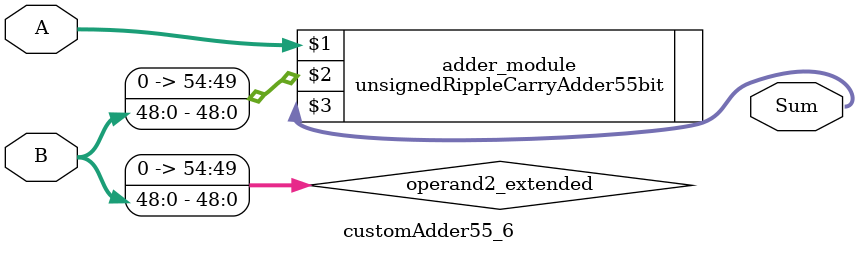
<source format=v>
module customAdder55_6(
                        input [54 : 0] A,
                        input [48 : 0] B,
                        
                        output [55 : 0] Sum
                );

        wire [54 : 0] operand2_extended;
        
        assign operand2_extended =  {6'b0, B};
        
        unsignedRippleCarryAdder55bit adder_module(
            A,
            operand2_extended,
            Sum
        );
        
        endmodule
        
</source>
